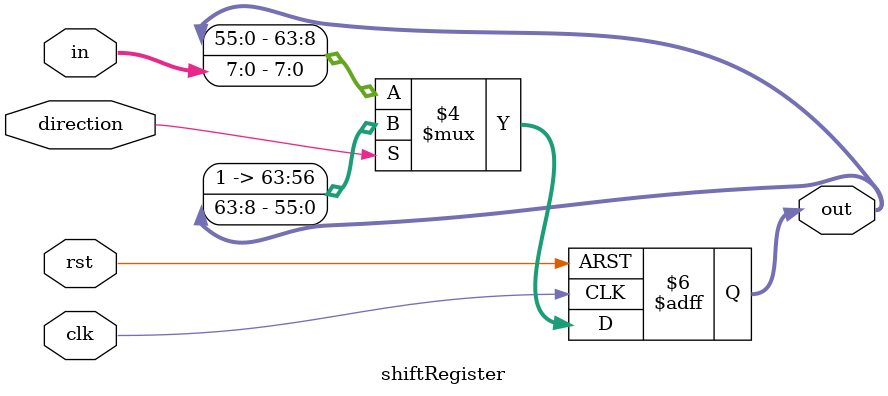
<source format=v>
`timescale 1ns / 1ps

module shiftRegister(
    input clk, rst,
    input direction,  
    input [7:0] in,
    output reg [63:0] out
);
// reg data;
// always @ (in) begin
//     case(in)
//            4'h0: data=8'b0100_0000;  // 0
//            4'h1: data=8'b0111_1001;  // 1
//            4'h2: data=8'b0010_0100;  // 2
//            4'h3: data=8'b0011_0000;  // 3
//            4'h4: data=8'b0001_1001;  // 4
//            4'h5: data=8'b0001_0010;  // 5
//            4'h6: data=8'b0000_0010;  // 6
//            4'h7: data=8'b0111_1000;  // 7
//            4'h8: data=8'b0000_0000;  // 8
//            4'h9: data=8'b0001_0000;  // 9
//            default: data = 8'b1111_1111;
//        endcase
// end
always @ (posedge clk, posedge rst) begin
    if(rst) begin
        out <= ~0;
    end else if(~direction) begin
        out <= {out[55:0], in};
    end else out <= {8'b1111_1111, out[63:8]};
end

endmodule

// module register (
//     input backspace_button,
//     input clk,
//     input rst,
//     input [3:0] keyboard_val,
//     input flag,
//     output reg [63:0] seg_in
// );
//     reg mode;
//     display tran(keyboard_val, seg_out);

//     shiftRegister sReg(clk | backspace_button, rst, mode, seg_out, seg_in);

//     wire cir;
//     assignn cir = flag | backspace_button;
//     always @ (posedge cir, posedge rst) begin
//         if(rst) mode <= 0;
//         else if(backspace_button) mode <= 1;
//         else mode <= 0;
//     end
// endmodule
</source>
